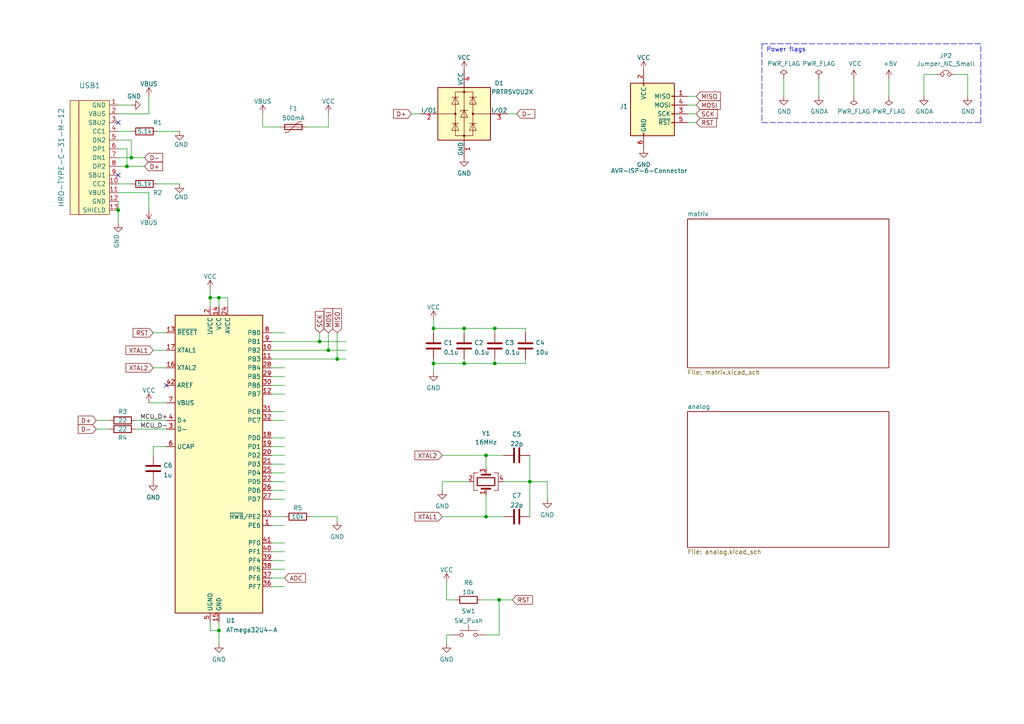
<source format=kicad_sch>
(kicad_sch (version 20211123) (generator eeschema)
  (paper "A4")
  (lib_symbols
    (symbol "Device:C" (pin_numbers hide) (pin_names (offset 0.254))
      (property "Reference" "C" (at 0.635 2.54 0))
      (property "Value" "C" (at 0.635 -2.54 0))
      (symbol "C_0_1"
        (polyline (pts (xy -2.032 -0.762) (xy 2.032 -0.762)) (stroke (width 0.508)))
        (polyline (pts (xy -2.032 0.762) (xy 2.032 0.762)) (stroke (width 0.508)))
      )
      (symbol "C_1_1"
        (pin passive line (at 0 3.81 270) (length 2.794) (name "~") (number "1"))
        (pin passive line (at 0 -3.81 90) (length 2.794) (name "~") (number "2"))
      )
    )
    (symbol "Device:Crystal_GND24" (pin_names (offset 1.016) hide)
      (property "Reference" "Y" (at 3.175 5.08 0))
      (property "Value" "Crystal_GND24" (at 3.175 3.175 0))
      (symbol "Crystal_GND24_0_1"
        (rectangle (start -1.143 2.54) (end 1.143 -2.54) (stroke (width 0.3048)))
        (polyline (pts (xy -2.54 0) (xy -2.032 0)))
        (polyline (pts (xy -2.032 -1.27) (xy -2.032 1.27)) (stroke (width 0.508)))
        (polyline (pts (xy 0 -3.81) (xy 0 -3.556)))
        (polyline (pts (xy 0 3.556) (xy 0 3.81)))
        (polyline (pts (xy 2.032 -1.27) (xy 2.032 1.27)) (stroke (width 0.508)))
        (polyline (pts (xy 2.032 0) (xy 2.54 0)))
        (polyline (pts (xy -2.54 -2.286) (xy -2.54 -3.556) (xy 2.54 -3.556) (xy 2.54 -2.286)))
        (polyline (pts (xy -2.54 2.286) (xy -2.54 3.556) (xy 2.54 3.556) (xy 2.54 2.286)))
      )
      (symbol "Crystal_GND24_1_1"
        (pin passive line (at -3.81 0 0) (length 1.27) (name "1") (number "1"))
        (pin passive line (at 0 5.08 270) (length 1.27) (name "2") (number "2"))
        (pin passive line (at 3.81 0 180) (length 1.27) (name "3") (number "3"))
        (pin passive line (at 0 -5.08 90) (length 1.27) (name "4") (number "4"))
      )
    )
    (symbol "Device:Jumper_NC_Small" (pin_numbers hide) (pin_names (offset 0.762) hide)
      (property "Reference" "JP" (at 0 2.032 0))
      (property "Value" "Device_Jumper_NC_Small" (at 0.254 -1.524 0))
      (symbol "Jumper_NC_Small_0_1"
        (circle (center -1.016 0) (radius 0.508))
        (circle (center 1.016 0) (radius 0.508))
        (arc (start 1.016 0.762) (mid 0 1.1828) (end -1.016 0.762))
        (pin passive line (at -2.54 0 0) (length 1.016) (name "1") (number "1"))
        (pin passive line (at 2.54 0 180) (length 1.016) (name "2") (number "2"))
      )
    )
    (symbol "Device:Polyfuse" (pin_numbers hide) (pin_names (offset 0))
      (property "Reference" "F" (at -2.54 0 90))
      (property "Value" "Polyfuse" (at 2.54 0 90))
      (symbol "Polyfuse_0_1"
        (rectangle (start -0.762 2.54) (end 0.762 -2.54) (stroke (width 0.254)))
        (polyline (pts (xy 0 2.54) (xy 0 -2.54)))
        (polyline (pts (xy -1.524 2.54) (xy -1.524 1.524) (xy 1.524 -1.524) (xy 1.524 -2.54)))
      )
      (symbol "Polyfuse_1_1"
        (pin passive line (at 0 3.81 270) (length 1.27) (name "~") (number "1"))
        (pin passive line (at 0 -3.81 90) (length 1.27) (name "~") (number "2"))
      )
    )
    (symbol "Device:R" (pin_numbers hide) (pin_names (offset 0))
      (property "Reference" "R" (at 2.032 0 90))
      (property "Value" "R" (at 0 0 90))
      (symbol "R_0_1"
        (rectangle (start -1.016 -2.54) (end 1.016 2.54) (stroke (width 0.254)))
      )
      (symbol "R_1_1"
        (pin passive line (at 0 3.81 270) (length 1.27) (name "~") (number "1"))
        (pin passive line (at 0 -3.81 90) (length 1.27) (name "~") (number "2"))
      )
    )
    (symbol "MCU_Microchip_ATmega:ATmega32U4-A"
      (property "Reference" "U" (at -12.7 44.45 0))
      (property "Value" "ATmega32U4-A" (at 2.54 -44.45 0))
      (symbol "ATmega32U4-A_0_1"
        (rectangle (start -12.7 -43.18) (end 12.7 43.18) (stroke (width 0.254)) (fill (type background)))
      )
      (symbol "ATmega32U4-A_1_1"
        (pin bidirectional line (at 15.24 -17.78 180) (length 2.54) (name "PE6") (number "1"))
        (pin bidirectional line (at 15.24 33.02 180) (length 2.54) (name "PB2") (number "10"))
        (pin bidirectional line (at 15.24 30.48 180) (length 2.54) (name "PB3") (number "11"))
        (pin bidirectional line (at 15.24 20.32 180) (length 2.54) (name "PB7") (number "12"))
        (pin input line (at -15.24 38.1 0) (length 2.54) (name "~{RESET}") (number "13"))
        (pin power_in line (at 0 45.72 270) (length 2.54) (name "VCC") (number "14"))
        (pin power_in line (at 0 -45.72 90) (length 2.54) (name "GND") (number "15"))
        (pin output line (at -15.24 27.94 0) (length 2.54) (name "XTAL2") (number "16"))
        (pin input line (at -15.24 33.02 0) (length 2.54) (name "XTAL1") (number "17"))
        (pin bidirectional line (at 15.24 7.62 180) (length 2.54) (name "PD0") (number "18"))
        (pin bidirectional line (at 15.24 5.08 180) (length 2.54) (name "PD1") (number "19"))
        (pin power_in line (at -2.54 45.72 270) (length 2.54) (name "UVCC") (number "2"))
        (pin bidirectional line (at 15.24 2.54 180) (length 2.54) (name "PD2") (number "20"))
        (pin bidirectional line (at 15.24 0 180) (length 2.54) (name "PD3") (number "21"))
        (pin bidirectional line (at 15.24 -5.08 180) (length 2.54) (name "PD5") (number "22"))
        (pin passive line (at 0 -45.72 90) (length 2.54) hide (name "GND") (number "23"))
        (pin power_in line (at 2.54 45.72 270) (length 2.54) (name "AVCC") (number "24"))
        (pin bidirectional line (at 15.24 -2.54 180) (length 2.54) (name "PD4") (number "25"))
        (pin bidirectional line (at 15.24 -7.62 180) (length 2.54) (name "PD6") (number "26"))
        (pin bidirectional line (at 15.24 -10.16 180) (length 2.54) (name "PD7") (number "27"))
        (pin bidirectional line (at 15.24 27.94 180) (length 2.54) (name "PB4") (number "28"))
        (pin bidirectional line (at 15.24 25.4 180) (length 2.54) (name "PB5") (number "29"))
        (pin bidirectional line (at -15.24 10.16 0) (length 2.54) (name "D-") (number "3"))
        (pin bidirectional line (at 15.24 22.86 180) (length 2.54) (name "PB6") (number "30"))
        (pin bidirectional line (at 15.24 15.24 180) (length 2.54) (name "PC6") (number "31"))
        (pin bidirectional line (at 15.24 12.7 180) (length 2.54) (name "PC7") (number "32"))
        (pin bidirectional line (at 15.24 -15.24 180) (length 2.54) (name "~{HWB}/PE2") (number "33"))
        (pin passive line (at 0 45.72 270) (length 2.54) hide (name "VCC") (number "34"))
        (pin passive line (at 0 -45.72 90) (length 2.54) hide (name "GND") (number "35"))
        (pin bidirectional line (at 15.24 -35.56 180) (length 2.54) (name "PF7") (number "36"))
        (pin bidirectional line (at 15.24 -33.02 180) (length 2.54) (name "PF6") (number "37"))
        (pin bidirectional line (at 15.24 -30.48 180) (length 2.54) (name "PF5") (number "38"))
        (pin bidirectional line (at 15.24 -27.94 180) (length 2.54) (name "PF4") (number "39"))
        (pin bidirectional line (at -15.24 12.7 0) (length 2.54) (name "D+") (number "4"))
        (pin bidirectional line (at 15.24 -25.4 180) (length 2.54) (name "PF1") (number "40"))
        (pin bidirectional line (at 15.24 -22.86 180) (length 2.54) (name "PF0") (number "41"))
        (pin passive line (at -15.24 22.86 0) (length 2.54) (name "AREF") (number "42"))
        (pin passive line (at 0 -45.72 90) (length 2.54) hide (name "GND") (number "43"))
        (pin passive line (at 2.54 45.72 270) (length 2.54) hide (name "AVCC") (number "44"))
        (pin passive line (at -2.54 -45.72 90) (length 2.54) (name "UGND") (number "5"))
        (pin passive line (at -15.24 5.08 0) (length 2.54) (name "UCAP") (number "6"))
        (pin input line (at -15.24 17.78 0) (length 2.54) (name "VBUS") (number "7"))
        (pin bidirectional line (at 15.24 38.1 180) (length 2.54) (name "PB0") (number "8"))
        (pin bidirectional line (at 15.24 35.56 180) (length 2.54) (name "PB1") (number "9"))
      )
    )
    (symbol "Power_Protection:PRTR5V0U2X" (pin_names (offset 0))
      (property "Reference" "D" (at 2.794 8.636 0))
      (property "Value" "PRTR5V0U2X" (at 8.128 -9.398 0))
      (symbol "PRTR5V0U2X_0_1"
        (rectangle (start -7.62 -7.62) (end 7.62 7.62) (stroke (width 0.254)) (fill (type background)))
        (circle (center -2.54 0) (radius 0.254) (fill (type outline)))
        (rectangle (start -2.54 6.35) (end 2.54 -6.35))
        (circle (center 0 -6.35) (radius 0.254) (fill (type outline)))
        (polyline (pts (xy -2.54 0) (xy -7.62 0)))
        (polyline (pts (xy -1.524 -2.794) (xy -3.556 -2.794)))
        (polyline (pts (xy -1.524 4.826) (xy -3.556 4.826)))
        (polyline (pts (xy 0 -7.62) (xy 0 7.62)))
        (polyline (pts (xy 1.524 -2.794) (xy 3.556 -2.794)))
        (polyline (pts (xy 1.524 4.826) (xy 3.556 4.826)))
        (polyline (pts (xy 2.54 0) (xy 7.62 0)))
        (polyline (pts (xy 1.016 1.016) (xy -1.016 1.016) (xy -1.016 0.508)))
        (polyline (pts (xy -3.556 -4.826) (xy -1.524 -4.826) (xy -2.54 -2.794) (xy -3.556 -4.826)))
        (polyline (pts (xy -3.556 2.794) (xy -1.524 2.794) (xy -2.54 4.826) (xy -3.556 2.794)))
        (polyline (pts (xy -1.016 -1.016) (xy 1.016 -1.016) (xy 0 1.016) (xy -1.016 -1.016)))
        (polyline (pts (xy 3.556 -4.826) (xy 1.524 -4.826) (xy 2.54 -2.794) (xy 3.556 -4.826)))
        (polyline (pts (xy 3.556 2.794) (xy 1.524 2.794) (xy 2.54 4.826) (xy 3.556 2.794)))
        (circle (center 0 6.35) (radius 0.254) (fill (type outline)))
        (circle (center 2.54 0) (radius 0.254) (fill (type outline)))
      )
      (symbol "PRTR5V0U2X_1_1"
        (pin passive line (at 0 -12.7 90) (length 5.08) (name "GND") (number "1"))
        (pin passive line (at -12.7 0 0) (length 5.08) (name "I/O1") (number "2"))
        (pin passive line (at 12.7 0 180) (length 5.08) (name "I/O2") (number "3"))
        (pin passive line (at 0 12.7 270) (length 5.08) (name "VCC") (number "4"))
      )
    )
    (symbol "Switch:SW_Push" (pin_numbers hide) (pin_names (offset 1.016) hide)
      (property "Reference" "SW" (at 1.27 2.54 0))
      (property "Value" "SW_Push" (at 0 -1.524 0))
      (symbol "SW_Push_0_1"
        (circle (center -2.032 0) (radius 0.508))
        (polyline (pts (xy 0 1.27) (xy 0 3.048)))
        (polyline (pts (xy 2.54 1.27) (xy -2.54 1.27)))
        (circle (center 2.032 0) (radius 0.508))
        (pin passive line (at -5.08 0 0) (length 2.54) (name "1") (number "1"))
        (pin passive line (at 5.08 0 180) (length 2.54) (name "2") (number "2"))
      )
    )
    (symbol "cipulot_parts:AVR-ISP-6-Connector" (pin_names (offset 1.016))
      (property "Reference" "J" (at 0 10.16 0))
      (property "Value" "AVR-ISP-6-Connector" (at 0 -7.62 0))
      (symbol "AVR-ISP-6-Connector_0_1"
        (rectangle (start -2.667 -5.588) (end -2.413 -6.35))
        (rectangle (start -2.667 8.89) (end -2.413 8.128))
        (rectangle (start 6.35 -2.413) (end 5.588 -2.667))
        (rectangle (start 6.35 0.127) (end 5.588 -0.127))
        (rectangle (start 6.35 2.667) (end 5.588 2.413))
        (rectangle (start 6.35 5.207) (end 5.588 4.953))
        (rectangle (start 6.35 8.89) (end -6.35 -6.35) (stroke (width 0.254)) (fill (type background)))
      )
      (symbol "AVR-ISP-6-Connector_1_1"
        (pin passive line (at 10.16 5.08 180) (length 3.81) (name "MISO") (number "1"))
        (pin power_in line (at -2.54 12.7 270) (length 3.81) (name "VCC") (number "2"))
        (pin passive line (at 10.16 0 180) (length 3.81) (name "SCK") (number "3"))
        (pin passive line (at 10.16 2.54 180) (length 3.81) (name "MOSI") (number "4"))
        (pin passive line (at 10.16 -2.54 180) (length 3.81) (name "~{RST}") (number "5"))
        (pin power_in line (at -2.54 -10.16 90) (length 3.81) (name "GND") (number "6"))
      )
    )
    (symbol "cipulot_parts:HRO-TYPE-C-31-M-12" (pin_names (offset 1.016))
      (property "Reference" "USB" (at -5.08 16.51 0))
      (property "Value" "HRO-TYPE-C-31-M-12" (at -10.16 -1.27 90))
      (symbol "HRO-TYPE-C-31-M-12_0_1"
        (rectangle (start -11.43 15.24) (end -8.89 -17.78) (fill (type background)))
        (rectangle (start 0 -17.78) (end -8.89 15.24) (fill (type background)))
      )
      (symbol "HRO-TYPE-C-31-M-12_1_1"
        (pin input line (at 2.54 13.97 180) (length 2.54) (name "GND") (number "1"))
        (pin input line (at 2.54 -8.89 180) (length 2.54) (name "CC2") (number "10"))
        (pin input line (at 2.54 -11.43 180) (length 2.54) (name "VBUS") (number "11"))
        (pin input line (at 2.54 -13.97 180) (length 2.54) (name "GND") (number "12"))
        (pin input line (at 2.54 -16.51 180) (length 2.54) (name "SHIELD") (number "13"))
        (pin input line (at 2.54 11.43 180) (length 2.54) (name "VBUS") (number "2"))
        (pin input line (at 2.54 8.89 180) (length 2.54) (name "SBU2") (number "3"))
        (pin input line (at 2.54 6.35 180) (length 2.54) (name "CC1") (number "4"))
        (pin input line (at 2.54 3.81 180) (length 2.54) (name "DN2") (number "5"))
        (pin input line (at 2.54 1.27 180) (length 2.54) (name "DP1") (number "6"))
        (pin input line (at 2.54 -1.27 180) (length 2.54) (name "DN1") (number "7"))
        (pin input line (at 2.54 -3.81 180) (length 2.54) (name "DP2") (number "8"))
        (pin input line (at 2.54 -6.35 180) (length 2.54) (name "SBU1") (number "9"))
      )
    )
    (symbol "power:+5V" (power) (pin_names (offset 0))
      (property "Value" "+5V" (at 0 3.556 0))
      (symbol "+5V_0_1"
        (polyline (pts (xy -0.762 1.27) (xy 0 2.54)))
        (polyline (pts (xy 0 0) (xy 0 2.54)))
        (polyline (pts (xy 0 2.54) (xy 0.762 1.27)))
      )
      (symbol "+5V_1_1"
        (pin power_in line (at 0 0 90) (length 0) hide (name "+5V") (number "1"))
      )
    )
    (symbol "power:GND" (power) (pin_names (offset 0))
      (property "Value" "GND" (at 0 -3.81 0))
      (symbol "GND_0_1"
        (polyline (pts (xy 0 0) (xy 0 -1.27) (xy 1.27 -1.27) (xy 0 -2.54) (xy -1.27 -1.27) (xy 0 -1.27)))
      )
      (symbol "GND_1_1"
        (pin power_in line (at 0 0 270) (length 0) hide (name "GND") (number "1"))
      )
    )
    (symbol "power:GNDA" (power) (pin_names (offset 0))
      (property "Value" "GNDA" (at 0 -3.81 0))
      (symbol "GNDA_0_1"
        (polyline (pts (xy 0 0) (xy 0 -1.27) (xy 1.27 -1.27) (xy 0 -2.54) (xy -1.27 -1.27) (xy 0 -1.27)))
      )
      (symbol "GNDA_1_1"
        (pin power_in line (at 0 0 270) (length 0) hide (name "GNDA") (number "1"))
      )
    )
    (symbol "power:PWR_FLAG" (power) (pin_numbers hide) (pin_names (offset 0) hide)
      (property "Value" "PWR_FLAG" (at 0 3.81 0))
      (symbol "PWR_FLAG_0_0"
        (pin power_out line (at 0 0 90) (length 0) (name "pwr") (number "1"))
      )
      (symbol "PWR_FLAG_0_1"
        (polyline (pts (xy 0 0) (xy 0 1.27) (xy -1.016 1.905) (xy 0 2.54) (xy 1.016 1.905) (xy 0 1.27)))
      )
    )
    (symbol "power:VBUS" (power) (pin_names (offset 0))
      (property "Value" "VBUS" (at 0 3.81 0))
      (symbol "VBUS_0_1"
        (polyline (pts (xy -0.762 1.27) (xy 0 2.54)))
        (polyline (pts (xy 0 0) (xy 0 2.54)))
        (polyline (pts (xy 0 2.54) (xy 0.762 1.27)))
      )
      (symbol "VBUS_1_1"
        (pin power_in line (at 0 0 90) (length 0) hide (name "VBUS") (number "1"))
      )
    )
    (symbol "power:VCC" (power) (pin_names (offset 0))
      (property "Value" "VCC" (at 0 3.81 0))
      (symbol "VCC_0_1"
        (polyline (pts (xy -0.762 1.27) (xy 0 2.54)))
        (polyline (pts (xy 0 0) (xy 0 2.54)))
        (polyline (pts (xy 0 2.54) (xy 0.762 1.27)))
      )
      (symbol "VCC_1_1"
        (pin power_in line (at 0 0 90) (length 0) hide (name "VCC") (number "1"))
      )
    )
  )
  (junction (at 140.97 149.86))
  (junction (at 144.78 173.99))
  (junction (at 134.62 95.25))
  (junction (at 38.1 45.72))
  (junction (at 97.79 104.14))
  (junction (at 63.5 86.36))
  (junction (at 125.73 105.41))
  (junction (at 60.96 86.36))
  (junction (at 34.29 60.96))
  (junction (at 125.73 95.25))
  (junction (at 92.71 99.06))
  (junction (at 143.51 95.25))
  (junction (at 63.5 182.88))
  (junction (at 140.97 132.08))
  (junction (at 134.62 105.41))
  (junction (at 143.51 105.41))
  (junction (at 36.83 48.26))
  (junction (at 95.25 101.6))
  (junction (at 153.67 139.7))
  (no_connect (at 34.29 50.8))
  (no_connect (at 34.29 35.56))
  (no_connect (at 48.26 111.76))
  (wire (pts (xy 78.74 152.4) (xy 82.55 152.4)))
  (wire (pts (xy 199.39 35.56) (xy 201.93 35.56)))
  (wire (pts (xy 90.17 149.86) (xy 97.79 149.86)))
  (wire (pts (xy 125.73 104.14) (xy 125.73 105.41)))
  (wire (pts (xy 95.25 96.52) (xy 95.25 101.6)))
  (wire (pts (xy 34.29 53.34) (xy 38.1 53.34)))
  (wire (pts (xy 128.27 149.86) (xy 140.97 149.86)))
  (wire (pts (xy 143.51 95.25) (xy 143.51 96.52)))
  (wire (pts (xy 152.4 105.41) (xy 143.51 105.41)))
  (wire (pts (xy 78.74 132.08) (xy 82.55 132.08)))
  (wire (pts (xy 78.74 99.06) (xy 92.71 99.06)))
  (wire (pts (xy 43.18 55.88) (xy 43.18 60.96)))
  (wire (pts (xy 78.74 149.86) (xy 82.55 149.86)))
  (wire (pts (xy 34.29 45.72) (xy 38.1 45.72)))
  (wire (pts (xy 140.97 149.86) (xy 146.05 149.86)))
  (wire (pts (xy 78.74 170.18) (xy 82.55 170.18)))
  (wire (pts (xy 43.18 33.02) (xy 43.18 27.94)))
  (wire (pts (xy 78.74 106.68) (xy 82.55 106.68)))
  (wire (pts (xy 38.1 45.72) (xy 41.91 45.72)))
  (wire (pts (xy 97.79 149.86) (xy 97.79 151.13)))
  (wire (pts (xy 144.78 173.99) (xy 144.78 184.15)))
  (wire (pts (xy 27.94 124.46) (xy 31.75 124.46)))
  (wire (pts (xy 63.5 180.34) (xy 63.5 182.88)))
  (wire (pts (xy 78.74 139.7) (xy 82.55 139.7)))
  (wire (pts (xy 134.62 95.25) (xy 125.73 95.25)))
  (wire (pts (xy 146.05 139.7) (xy 153.67 139.7)))
  (polyline (pts (xy 220.98 35.56) (xy 284.48 35.56)))
  (wire (pts (xy 43.18 116.84) (xy 48.26 116.84)))
  (wire (pts (xy 129.54 184.15) (xy 130.81 184.15)))
  (wire (pts (xy 78.74 129.54) (xy 82.55 129.54)))
  (wire (pts (xy 143.51 105.41) (xy 134.62 105.41)))
  (wire (pts (xy 60.96 83.82) (xy 60.96 86.36)))
  (wire (pts (xy 78.74 167.64) (xy 82.55 167.64)))
  (wire (pts (xy 97.79 104.14) (xy 100.33 104.14)))
  (wire (pts (xy 152.4 96.52) (xy 152.4 95.25)))
  (wire (pts (xy 78.74 114.3) (xy 82.55 114.3)))
  (wire (pts (xy 45.72 38.1) (xy 52.07 38.1)))
  (wire (pts (xy 34.29 38.1) (xy 38.1 38.1)))
  (wire (pts (xy 276.86 21.59) (xy 280.67 21.59)))
  (wire (pts (xy 134.62 95.25) (xy 134.62 96.52)))
  (wire (pts (xy 140.97 132.08) (xy 146.05 132.08)))
  (wire (pts (xy 237.49 22.86) (xy 237.49 27.94)))
  (wire (pts (xy 134.62 104.14) (xy 134.62 105.41)))
  (wire (pts (xy 78.74 160.02) (xy 82.55 160.02)))
  (wire (pts (xy 153.67 132.08) (xy 153.67 139.7)))
  (wire (pts (xy 78.74 119.38) (xy 82.55 119.38)))
  (wire (pts (xy 78.74 96.52) (xy 82.55 96.52)))
  (wire (pts (xy 152.4 104.14) (xy 152.4 105.41)))
  (wire (pts (xy 143.51 104.14) (xy 143.51 105.41)))
  (wire (pts (xy 38.1 40.64) (xy 38.1 45.72)))
  (wire (pts (xy 267.97 21.59) (xy 267.97 27.94)))
  (wire (pts (xy 247.65 22.86) (xy 247.65 27.94)))
  (wire (pts (xy 199.39 27.94) (xy 201.93 27.94)))
  (wire (pts (xy 271.78 21.59) (xy 267.97 21.59)))
  (wire (pts (xy 143.51 95.25) (xy 134.62 95.25)))
  (wire (pts (xy 66.04 86.36) (xy 63.5 86.36)))
  (wire (pts (xy 78.74 101.6) (xy 95.25 101.6)))
  (wire (pts (xy 144.78 184.15) (xy 140.97 184.15)))
  (wire (pts (xy 153.67 139.7) (xy 153.67 149.86)))
  (wire (pts (xy 34.29 55.88) (xy 43.18 55.88)))
  (wire (pts (xy 63.5 86.36) (xy 63.5 88.9)))
  (wire (pts (xy 129.54 168.91) (xy 129.54 173.99)))
  (wire (pts (xy 34.29 48.26) (xy 36.83 48.26)))
  (wire (pts (xy 78.74 134.62) (xy 82.55 134.62)))
  (wire (pts (xy 158.75 139.7) (xy 158.75 144.78)))
  (wire (pts (xy 227.33 22.86) (xy 227.33 27.94)))
  (wire (pts (xy 63.5 182.88) (xy 63.5 186.69)))
  (wire (pts (xy 44.45 129.54) (xy 48.26 129.54)))
  (wire (pts (xy 76.2 36.83) (xy 81.28 36.83)))
  (wire (pts (xy 60.96 86.36) (xy 60.96 88.9)))
  (wire (pts (xy 34.29 58.42) (xy 34.29 60.96)))
  (wire (pts (xy 78.74 121.92) (xy 82.55 121.92)))
  (wire (pts (xy 36.83 48.26) (xy 41.91 48.26)))
  (wire (pts (xy 257.81 22.86) (xy 257.81 27.94)))
  (wire (pts (xy 95.25 36.83) (xy 95.25 33.02)))
  (wire (pts (xy 34.29 33.02) (xy 43.18 33.02)))
  (wire (pts (xy 76.2 33.02) (xy 76.2 36.83)))
  (wire (pts (xy 139.7 173.99) (xy 144.78 173.99)))
  (wire (pts (xy 39.37 124.46) (xy 48.26 124.46)))
  (wire (pts (xy 34.29 30.48) (xy 38.1 30.48)))
  (polyline (pts (xy 220.98 12.7) (xy 220.98 35.56)))
  (wire (pts (xy 92.71 96.52) (xy 92.71 99.06)))
  (wire (pts (xy 125.73 105.41) (xy 125.73 107.95)))
  (wire (pts (xy 88.9 36.83) (xy 95.25 36.83)))
  (wire (pts (xy 78.74 165.1) (xy 82.55 165.1)))
  (wire (pts (xy 63.5 86.36) (xy 60.96 86.36)))
  (wire (pts (xy 140.97 132.08) (xy 140.97 135.89)))
  (wire (pts (xy 129.54 173.99) (xy 132.08 173.99)))
  (wire (pts (xy 78.74 142.24) (xy 82.55 142.24)))
  (wire (pts (xy 44.45 106.68) (xy 48.26 106.68)))
  (wire (pts (xy 199.39 33.02) (xy 201.93 33.02)))
  (wire (pts (xy 152.4 95.25) (xy 143.51 95.25)))
  (wire (pts (xy 97.79 96.52) (xy 97.79 104.14)))
  (wire (pts (xy 128.27 139.7) (xy 135.89 139.7)))
  (wire (pts (xy 44.45 96.52) (xy 48.26 96.52)))
  (wire (pts (xy 44.45 101.6) (xy 48.26 101.6)))
  (wire (pts (xy 66.04 88.9) (xy 66.04 86.36)))
  (wire (pts (xy 39.37 121.92) (xy 48.26 121.92)))
  (wire (pts (xy 125.73 95.25) (xy 125.73 92.71)))
  (wire (pts (xy 60.96 180.34) (xy 60.96 182.88)))
  (wire (pts (xy 78.74 104.14) (xy 97.79 104.14)))
  (wire (pts (xy 78.74 127) (xy 82.55 127)))
  (wire (pts (xy 60.96 182.88) (xy 63.5 182.88)))
  (wire (pts (xy 199.39 30.48) (xy 201.93 30.48)))
  (wire (pts (xy 129.54 186.69) (xy 129.54 184.15)))
  (wire (pts (xy 78.74 144.78) (xy 82.55 144.78)))
  (polyline (pts (xy 220.98 12.7) (xy 284.48 12.7)))
  (polyline (pts (xy 284.48 35.56) (xy 284.48 12.7)))
  (wire (pts (xy 119.38 33.02) (xy 121.92 33.02)))
  (wire (pts (xy 27.94 121.92) (xy 31.75 121.92)))
  (wire (pts (xy 125.73 95.25) (xy 125.73 96.52)))
  (wire (pts (xy 134.62 105.41) (xy 125.73 105.41)))
  (wire (pts (xy 78.74 157.48) (xy 82.55 157.48)))
  (wire (pts (xy 78.74 137.16) (xy 82.55 137.16)))
  (wire (pts (xy 34.29 60.96) (xy 34.29 64.77)))
  (wire (pts (xy 34.29 40.64) (xy 38.1 40.64)))
  (wire (pts (xy 128.27 132.08) (xy 140.97 132.08)))
  (wire (pts (xy 36.83 43.18) (xy 36.83 48.26)))
  (wire (pts (xy 144.78 173.99) (xy 148.59 173.99)))
  (wire (pts (xy 95.25 101.6) (xy 100.33 101.6)))
  (wire (pts (xy 78.74 111.76) (xy 82.55 111.76)))
  (wire (pts (xy 44.45 132.08) (xy 44.45 129.54)))
  (wire (pts (xy 147.32 33.02) (xy 149.86 33.02)))
  (wire (pts (xy 92.71 99.06) (xy 100.33 99.06)))
  (wire (pts (xy 280.67 21.59) (xy 280.67 27.94)))
  (wire (pts (xy 78.74 162.56) (xy 82.55 162.56)))
  (wire (pts (xy 140.97 143.51) (xy 140.97 149.86)))
  (wire (pts (xy 153.67 139.7) (xy 158.75 139.7)))
  (wire (pts (xy 128.27 142.24) (xy 128.27 139.7)))
  (wire (pts (xy 78.74 109.22) (xy 82.55 109.22)))
  (wire (pts (xy 45.72 53.34) (xy 52.07 53.34)))
  (wire (pts (xy 34.29 43.18) (xy 36.83 43.18)))
  (text "Power flags\n" (at 222.25 15.24 0) (effects (font (size 1.27 1.27)) (justify left bottom)))
  (label "MCU_D+" (at 40.64 121.92 0))
  (label "MCU_D-" (at 40.64 124.46 0))
  (global_label "ADC" (shape input) (at 82.55 167.64 0) (property "Intersheet References" "${INTERSHEET_REFS}" (effects hide)))
  (global_label "D+" (shape input) (at 27.94 121.92 180) (property "Intersheet References" "${INTERSHEET_REFS}" (effects hide)))
  (global_label "RST" (shape input) (at 44.45 96.52 180) (property "Intersheet References" "${INTERSHEET_REFS}" (effects hide)))
  (global_label "RST" (shape input) (at 201.93 35.56 0) (property "Intersheet References" "${INTERSHEET_REFS}" (effects hide)))
  (global_label "XTAL2" (shape input) (at 44.45 106.68 180) (property "Intersheet References" "${INTERSHEET_REFS}" (effects hide)))
  (global_label "SCK" (shape input) (at 201.93 33.02 0) (property "Intersheet References" "${INTERSHEET_REFS}" (effects hide)))
  (global_label "MISO" (shape input) (at 97.79 96.52 90) (property "Intersheet References" "${INTERSHEET_REFS}" (effects hide)))
  (global_label "XTAL1" (shape input) (at 128.27 149.86 180) (property "Intersheet References" "${INTERSHEET_REFS}" (effects hide)))
  (global_label "MISO" (shape input) (at 201.93 27.94 0) (property "Intersheet References" "${INTERSHEET_REFS}" (effects hide)))
  (global_label "MOSI" (shape input) (at 95.25 96.52 90) (property "Intersheet References" "${INTERSHEET_REFS}" (effects hide)))
  (global_label "D+" (shape input) (at 41.91 48.26 0) (property "Intersheet References" "${INTERSHEET_REFS}" (effects hide)))
  (global_label "D+" (shape input) (at 119.38 33.02 180) (property "Intersheet References" "${INTERSHEET_REFS}" (effects hide)))
  (global_label "D-" (shape input) (at 27.94 124.46 180) (property "Intersheet References" "${INTERSHEET_REFS}" (effects hide)))
  (global_label "D-" (shape input) (at 41.91 45.72 0) (property "Intersheet References" "${INTERSHEET_REFS}" (effects hide)))
  (global_label "RST" (shape input) (at 148.59 173.99 0) (property "Intersheet References" "${INTERSHEET_REFS}" (effects hide)))
  (global_label "XTAL1" (shape input) (at 44.45 101.6 180) (property "Intersheet References" "${INTERSHEET_REFS}" (effects hide)))
  (global_label "SCK" (shape input) (at 92.71 96.52 90) (property "Intersheet References" "${INTERSHEET_REFS}" (effects hide)))
  (global_label "MOSI" (shape input) (at 201.93 30.48 0) (property "Intersheet References" "${INTERSHEET_REFS}" (effects hide)))
  (global_label "XTAL2" (shape input) (at 128.27 132.08 180) (property "Intersheet References" "${INTERSHEET_REFS}" (effects hide)))
  (global_label "D-" (shape input) (at 149.86 33.02 0) (property "Intersheet References" "${INTERSHEET_REFS}" (effects hide)))
  (symbol (lib_id "power:PWR_FLAG") (at 227.33 22.86 0) (unit 1)
    (property "Reference" "#FLG01" (effects hide))
    (property "Value" "PWR_FLAG" (at 227.33 18.4658 0))
  )
  (symbol (lib_id "power:GND") (at 44.45 139.7 0) (unit 1)
    (property "Reference" "#PWR023" (effects hide))
    (property "Value" "GND" (at 44.45 144.2625 0))
  )
  (symbol (lib_id "Device:C") (at 134.62 100.33 0) (unit 1)
    (property "Reference" "C2" (at 137.541 99.4215 0) (effects (justify left)))
    (property "Value" "0.1u" (at 137.541 102.1966 0) (effects (justify left)))
    (property "Footprint" "Capacitor_SMD:C_0805_2012Metric" (effects hide))
  )
  (symbol (lib_id "power:+5V") (at 257.81 22.86 0) (unit 1)
    (property "Reference" "#PWR02" (effects hide))
    (property "Value" "+5V" (at 258.191 18.4658 0))
  )
  (symbol (lib_id "power:PWR_FLAG") (at 257.81 27.94 180) (unit 1)
    (property "Reference" "#FLG04" (effects hide))
    (property "Value" "PWR_FLAG" (at 257.81 32.3342 0))
  )
  (symbol (lib_id "MCU_Microchip_ATmega:ATmega32U4-A") (at 63.5 134.62 0) (unit 1)
    (property "Reference" "U1" (at 65.5194 179.9495 0) (effects (justify left)))
    (property "Value" "ATmega32U4-A" (at 65.5194 182.7246 0) (effects (justify left)))
    (property "Footprint" "Package_QFP:TQFP-44_10x10mm_P0.8mm" (effects hide))
    (property "Datasheet" "http://ww1.microchip.com/downloads/en/DeviceDoc/Atmel-7766-8-bit-AVR-ATmega16U4-32U4_Datasheet.pdf" (effects hide))
  )
  (symbol (lib_id "Device:R") (at 35.56 121.92 90) (unit 1)
    (property "Reference" "R3" (at 35.56 119.38 90))
    (property "Value" "22" (at 35.56 121.92 90))
    (property "Footprint" "Resistor_SMD:R_0805_2012Metric" (effects hide))
  )
  (symbol (lib_id "power:GND") (at 34.29 64.77 0) (unit 1)
    (property "Reference" "#PWR018" (effects hide))
    (property "Value" "GND" (at 33.811 67.945 90) (effects (justify right)))
  )
  (symbol (lib_id "Switch:SW_Push") (at 135.89 184.15 0) (unit 1)
    (property "Reference" "SW1" (at 135.89 177.2625 0))
    (property "Value" "SW_Push" (at 135.89 180.0376 0))
    (property "Footprint" "Button_Switch_SMD:SW_SPST_TL3342" (effects hide))
  )
  (symbol (lib_id "power:VCC") (at 129.54 168.91 0) (unit 1)
    (property "Reference" "#PWR027" (effects hide))
    (property "Value" "VCC" (at 129.54 165.3055 0))
  )
  (symbol (lib_id "power:VCC") (at 247.65 22.86 0) (unit 1)
    (property "Reference" "#PWR01" (effects hide))
    (property "Value" "VCC" (at 248.031 18.4658 0))
  )
  (symbol (lib_id "power:VCC") (at 134.62 20.32 0) (unit 1)
    (property "Reference" "#PWR09" (effects hide))
    (property "Value" "VCC" (at 134.62 16.7155 0))
  )
  (symbol (lib_id "Device:Jumper_NC_Small") (at 274.32 21.59 0) (unit 1)
    (property "Reference" "JP2" (at 274.32 16.2052 0))
    (property "Value" "Jumper_NC_Small" (at 274.32 18.5166 0))
    (property "Footprint" "Jumper:SolderJumper-2_P1.3mm_Bridged_Pad1.0x1.5mm" (effects hide))
  )
  (symbol (lib_id "power:GND") (at 134.62 45.72 0) (unit 1)
    (property "Reference" "#PWR016" (effects hide))
    (property "Value" "GND" (at 134.62 50.2825 0))
  )
  (symbol (lib_id "power:VBUS") (at 76.2 33.02 0) (unit 1)
    (property "Reference" "#PWR012" (effects hide))
    (property "Value" "VBUS" (at 76.2 29.4155 0))
  )
  (symbol (lib_id "power:VCC") (at 43.18 116.84 0) (unit 1)
    (property "Reference" "#PWR022" (effects hide))
    (property "Value" "VCC" (at 43.18 113.2355 0))
  )
  (symbol (lib_id "power:GND") (at 186.69 43.18 0) (unit 1)
    (property "Reference" "#PWR015" (effects hide))
    (property "Value" "GND" (at 186.69 47.7425 0))
  )
  (symbol (lib_id "power:GND") (at 52.07 38.1 0) (unit 1)
    (property "Reference" "#PWR011" (effects hide))
    (property "Value" "GND" (at 54.61 41.91 0) (effects (justify right)))
  )
  (symbol (lib_id "power:VBUS") (at 43.18 60.96 180) (unit 1)
    (property "Reference" "#PWR017" (effects hide))
    (property "Value" "VBUS" (at 43.18 64.5645 0))
  )
  (symbol (lib_id "power:VCC") (at 95.25 33.02 0) (unit 1)
    (property "Reference" "#PWR013" (effects hide))
    (property "Value" "VCC" (at 95.25 29.4155 0))
  )
  (symbol (lib_id "power:GND") (at 227.33 27.94 0) (unit 1)
    (property "Reference" "#PWR04" (effects hide))
    (property "Value" "GND" (at 227.457 32.3342 0))
  )
  (symbol (lib_id "Device:C") (at 125.73 100.33 0) (unit 1)
    (property "Reference" "C1" (at 128.651 99.4215 0) (effects (justify left)))
    (property "Value" "0.1u" (at 128.651 102.1966 0) (effects (justify left)))
    (property "Footprint" "Capacitor_SMD:C_0805_2012Metric" (effects hide))
  )
  (symbol (lib_id "Device:C") (at 152.4 100.33 0) (unit 1)
    (property "Reference" "C4" (at 155.321 99.4215 0) (effects (justify left)))
    (property "Value" "10u" (at 155.321 102.1966 0) (effects (justify left)))
    (property "Footprint" "Capacitor_SMD:C_0805_2012Metric" (effects hide))
  )
  (symbol (lib_id "power:VBUS") (at 43.18 27.94 0) (unit 1)
    (property "Reference" "#PWR03" (effects hide))
    (property "Value" "VBUS" (at 43.18 24.3355 0))
  )
  (symbol (lib_id "power:VCC") (at 60.96 83.82 0) (unit 1)
    (property "Reference" "#PWR019" (effects hide))
    (property "Value" "VCC" (at 60.96 80.2155 0))
  )
  (symbol (lib_id "Device:C") (at 143.51 100.33 0) (unit 1)
    (property "Reference" "C3" (at 146.431 99.4215 0) (effects (justify left)))
    (property "Value" "0.1u" (at 146.431 102.1966 0) (effects (justify left)))
    (property "Footprint" "Capacitor_SMD:C_0805_2012Metric" (effects hide))
  )
  (symbol (lib_id "power:VCC") (at 186.69 20.32 0) (unit 1)
    (property "Reference" "#PWR010" (effects hide))
    (property "Value" "VCC" (at 186.69 16.7155 0))
  )
  (symbol (lib_id "power:GND") (at 129.54 186.69 0) (unit 1)
    (property "Reference" "#PWR029" (effects hide))
    (property "Value" "GND" (at 129.54 191.2525 0))
  )
  (symbol (lib_id "power:GND") (at 128.27 142.24 0) (unit 1)
    (property "Reference" "#PWR024" (effects hide))
    (property "Value" "GND" (at 128.27 146.8025 0))
  )
  (symbol (lib_id "Device:R") (at 135.89 173.99 90) (unit 1)
    (property "Reference" "R6" (at 135.89 169.0075 90))
    (property "Value" "10k" (at 135.89 171.7826 90))
    (property "Footprint" "Resistor_SMD:R_0805_2012Metric" (effects hide))
  )
  (symbol (lib_id "power:GND") (at 63.5 186.69 0) (unit 1)
    (property "Reference" "#PWR028" (effects hide))
    (property "Value" "GND" (at 63.5 191.2525 0))
  )
  (symbol (lib_id "power:GND") (at 125.73 107.95 0) (unit 1)
    (property "Reference" "#PWR021" (effects hide))
    (property "Value" "GND" (at 125.73 112.5125 0))
  )
  (symbol (lib_id "cipulot_parts:HRO-TYPE-C-31-M-12") (at 31.75 44.45 0) (unit 1)
    (property "Reference" "USB1" (at 26.035 24.8061 0) (effects (font (size 1.524 1.524))))
    (property "Value" "HRO-TYPE-C-31-M-12" (at 17.78 45.72 90) (effects (font (size 1.524 1.524))))
    (property "Footprint" "cipulot_parts:HRO-TYPE-C-31-M-12-Assembly" (effects hide))
  )
  (symbol (lib_id "Device:Polyfuse") (at 85.09 36.83 270) (unit 1)
    (property "Reference" "F1" (at 85.09 31.4665 90))
    (property "Value" "500mA" (at 85.09 34.2416 90))
    (property "Footprint" "Fuse:Fuse_1206_3216Metric" (effects hide))
  )
  (symbol (lib_id "power:GND") (at 97.79 151.13 0) (unit 1)
    (property "Reference" "#PWR026" (effects hide))
    (property "Value" "GND" (at 97.79 155.6925 0))
  )
  (symbol (lib_id "power:PWR_FLAG") (at 247.65 27.94 180) (unit 1)
    (property "Reference" "#FLG03" (effects hide))
    (property "Value" "PWR_FLAG" (at 247.65 32.3342 0))
  )
  (symbol (lib_id "Device:R") (at 41.91 38.1 270) (unit 1)
    (property "Reference" "R1" (at 45.72 35.56 90))
    (property "Value" "5.1k" (at 41.91 38.1 90))
    (property "Footprint" "Resistor_SMD:R_0805_2012Metric" (effects hide))
  )
  (symbol (lib_id "Power_Protection:PRTR5V0U2X") (at 134.62 33.02 0) (unit 1)
    (property "Reference" "D1" (at 144.78 24.13 0))
    (property "Value" "PRTR5V0U2X" (at 148.59 26.67 0))
    (property "Footprint" "Package_TO_SOT_SMD:SOT-143" (effects hide))
    (property "Datasheet" "https://assets.nexperia.com/documents/data-sheet/PRTR5V0U2X.pdf" (effects hide))
  )
  (symbol (lib_id "power:VCC") (at 125.73 92.71 0) (unit 1)
    (property "Reference" "#PWR020" (effects hide))
    (property "Value" "VCC" (at 125.73 89.1055 0))
  )
  (symbol (lib_id "Device:C") (at 149.86 132.08 270) (unit 1)
    (property "Reference" "C5" (at 149.86 125.9545 90))
    (property "Value" "22p" (at 149.86 128.7296 90))
    (property "Footprint" "Capacitor_SMD:C_0805_2012Metric" (effects hide))
  )
  (symbol (lib_id "Device:C") (at 149.86 149.86 270) (unit 1)
    (property "Reference" "C7" (at 149.86 143.7345 90))
    (property "Value" "22p" (at 149.86 146.5096 90))
    (property "Footprint" "Capacitor_SMD:C_0805_2012Metric" (effects hide))
  )
  (symbol (lib_id "power:GNDA") (at 237.49 27.94 0) (unit 1)
    (property "Reference" "#PWR05" (effects hide))
    (property "Value" "GNDA" (at 237.617 32.3342 0))
  )
  (symbol (lib_id "Device:Crystal_GND24") (at 140.97 139.7 90) (unit 1)
    (property "Reference" "Y1" (at 140.97 125.73 90))
    (property "Value" "16MHz" (at 140.97 128.27 90))
    (property "Footprint" "cipulot_parts:Crystal_SMD_3225-4pin_3.2x2.5mm" (effects hide))
  )
  (symbol (lib_id "cipulot_parts:AVR-ISP-6-Connector") (at 189.23 33.02 0) (unit 1)
    (property "Reference" "J1" (at 182.1181 30.8415 0) (effects (justify right)))
    (property "Value" "AVR-ISP-6-Connector" (at 199.39 49.53 0) (effects (justify right)))
    (property "Footprint" "cipulot_parts:Reset_Pretty" (effects hide))
  )
  (symbol (lib_id "power:GND") (at 52.07 53.34 0) (unit 1)
    (property "Reference" "#PWR014" (effects hide))
    (property "Value" "GND" (at 54.61 57.15 0) (effects (justify right)))
  )
  (symbol (lib_id "power:GNDA") (at 267.97 27.94 0) (unit 1)
    (property "Reference" "#PWR06" (effects hide))
    (property "Value" "GNDA" (at 268.097 32.3342 0))
  )
  (symbol (lib_id "Device:R") (at 35.56 124.46 90) (unit 1)
    (property "Reference" "R4" (at 35.56 127 90))
    (property "Value" "22" (at 35.56 124.46 90))
    (property "Footprint" "Resistor_SMD:R_0805_2012Metric" (effects hide))
  )
  (symbol (lib_id "power:GND") (at 280.67 27.94 0) (unit 1)
    (property "Reference" "#PWR07" (effects hide))
    (property "Value" "GND" (at 280.797 32.3342 0))
  )
  (symbol (lib_id "power:GND") (at 158.75 144.78 0) (unit 1)
    (property "Reference" "#PWR025" (effects hide))
    (property "Value" "GND" (at 158.75 149.3425 0))
  )
  (symbol (lib_id "Device:R") (at 41.91 53.34 90) (unit 1)
    (property "Reference" "R2" (at 45.72 55.88 90))
    (property "Value" "5.1k" (at 41.91 53.34 90))
    (property "Footprint" "Resistor_SMD:R_0805_2012Metric" (effects hide))
  )
  (symbol (lib_id "Device:R") (at 86.36 149.86 90) (unit 1)
    (property "Reference" "R5" (at 86.36 147.32 90))
    (property "Value" "10k" (at 86.36 149.86 90))
    (property "Footprint" "Resistor_SMD:R_0805_2012Metric" (effects hide))
  )
  (symbol (lib_id "power:GND") (at 38.1 30.48 90) (unit 1)
    (property "Reference" "#PWR08" (effects hide))
    (property "Value" "GND" (at 36.83 27.94 90) (effects (justify right)))
  )
  (symbol (lib_id "power:PWR_FLAG") (at 237.49 22.86 0) (unit 1)
    (property "Reference" "#FLG02" (effects hide))
    (property "Value" "PWR_FLAG" (at 237.49 18.4658 0))
  )
  (symbol (lib_id "Device:C") (at 44.45 135.89 0) (unit 1)
    (property "Reference" "C6" (at 47.371 134.9815 0) (effects (justify left)))
    (property "Value" "1u" (at 47.371 137.7566 0) (effects (justify left)))
    (property "Footprint" "Capacitor_SMD:C_0805_2012Metric" (effects hide))
  )
  (sheet (at 199.39 119.38) (size 58.42 39.37) (stroke (width 0.1524))
    (property "Sheet name" "analog" (at 199.39 118.6684 0) (effects (justify left bottom)))
    (property "Sheet file" "analog.kicad_sch" (at 199.39 159.3346 0) (effects (justify left top)))
  )
  (sheet (at 199.39 63.5) (size 58.42 43.18) (stroke (width 0.1524))
    (property "Sheet name" "matrix" (at 199.39 62.7884 0) (effects (justify left bottom)))
    (property "Sheet file" "matrix.kicad_sch" (at 199.39 107.2646 0) (effects (justify left top)))
  )
)
</source>
